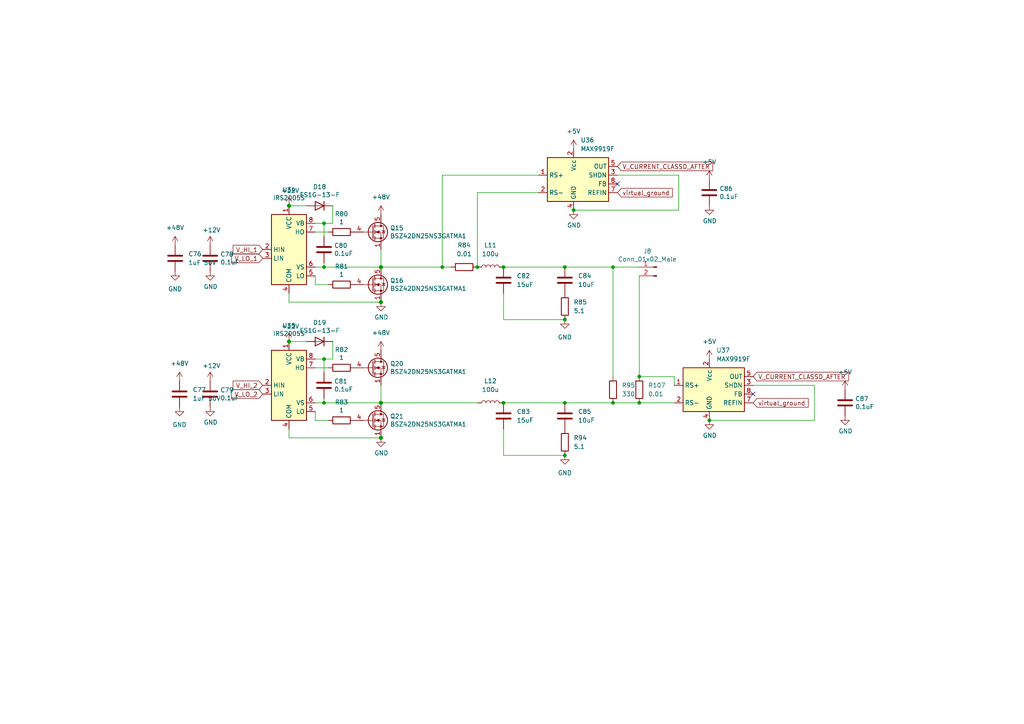
<source format=kicad_sch>
(kicad_sch (version 20230121) (generator eeschema)
  (paper "A4")
  (lib_symbols
    (symbol "Connector:Conn_01x02_Male" (pin_names (offset 1.016) hide)
      (property "Reference" "J" (at 0 2.54 0))
      (property "Value" "Conn_01x02_Male" (at 0 -5.08 0))
      (symbol "Conn_01x02_Male_1_1"
        (polyline (pts (xy 1.27 -2.54) (xy 0.8636 -2.54)) (stroke (width 0.1524)))
        (polyline (pts (xy 1.27 0) (xy 0.8636 0)) (stroke (width 0.1524)))
        (rectangle (start 0.8636 -2.413) (end 0 -2.667) (stroke (width 0.1524)) (fill (type outline)))
        (rectangle (start 0.8636 0.127) (end 0 -0.127) (stroke (width 0.1524)) (fill (type outline)))
        (pin passive line (at 5.08 0 180) (length 3.81) (name "Pin_1") (number "1"))
        (pin passive line (at 5.08 -2.54 180) (length 3.81) (name "Pin_2") (number "2"))
      )
    )
    (symbol "Device:C" (pin_numbers hide) (pin_names (offset 0.254))
      (property "Reference" "C" (at 0.635 2.54 0))
      (property "Value" "C" (at 0.635 -2.54 0))
      (symbol "C_0_1"
        (polyline (pts (xy -2.032 -0.762) (xy 2.032 -0.762)) (stroke (width 0.508)))
        (polyline (pts (xy -2.032 0.762) (xy 2.032 0.762)) (stroke (width 0.508)))
      )
      (symbol "C_1_1"
        (pin passive line (at 0 3.81 270) (length 2.794) (name "~") (number "1"))
        (pin passive line (at 0 -3.81 90) (length 2.794) (name "~") (number "2"))
      )
    )
    (symbol "Device:L" (pin_numbers hide) (pin_names (offset 1.016) hide)
      (property "Reference" "L" (at -1.27 0 90))
      (property "Value" "L" (at 1.905 0 90))
      (symbol "L_0_1"
        (arc (start 0 -2.54) (mid 0.6323 -1.905) (end 0 -1.27))
        (arc (start 0 -1.27) (mid 0.6323 -0.635) (end 0 0))
        (arc (start 0 0) (mid 0.6323 0.635) (end 0 1.27))
        (arc (start 0 1.27) (mid 0.6323 1.905) (end 0 2.54))
      )
      (symbol "L_1_1"
        (pin passive line (at 0 3.81 270) (length 1.27) (name "1") (number "1"))
        (pin passive line (at 0 -3.81 90) (length 1.27) (name "2") (number "2"))
      )
    )
    (symbol "Device:R" (pin_numbers hide) (pin_names (offset 0))
      (property "Reference" "R" (at 2.032 0 90))
      (property "Value" "R" (at 0 0 90))
      (symbol "R_0_1"
        (rectangle (start -1.016 -2.54) (end 1.016 2.54) (stroke (width 0.254)))
      )
      (symbol "R_1_1"
        (pin passive line (at 0 3.81 270) (length 1.27) (name "~") (number "1"))
        (pin passive line (at 0 -3.81 90) (length 1.27) (name "~") (number "2"))
      )
    )
    (symbol "Diode:BA157" (pin_numbers hide) (pin_names (offset 1.016) hide)
      (property "Reference" "D" (at 0 2.54 0))
      (property "Value" "BA157" (at 0 -2.54 0))
      (symbol "BA157_0_1"
        (polyline (pts (xy -1.27 1.27) (xy -1.27 -1.27)) (stroke (width 0.254)))
        (polyline (pts (xy 1.27 0) (xy -1.27 0)))
        (polyline (pts (xy 1.27 1.27) (xy 1.27 -1.27) (xy -1.27 0) (xy 1.27 1.27)) (stroke (width 0.254)))
      )
      (symbol "BA157_1_1"
        (pin passive line (at -3.81 0 0) (length 2.54) (name "K") (number "1"))
        (pin passive line (at 3.81 0 180) (length 2.54) (name "A") (number "2"))
      )
    )
    (symbol "Driver_FET:IRS2005S"
      (property "Reference" "U" (at 1.27 13.335 0))
      (property "Value" "IRS2005S" (at 1.27 11.43 0))
      (symbol "IRS2005S_0_1"
        (rectangle (start -5.08 -10.16) (end 5.08 10.16) (stroke (width 0.254)) (fill (type background)))
      )
      (symbol "IRS2005S_1_1"
        (pin power_in line (at 0 12.7 270) (length 2.54) (name "VCC") (number "1"))
        (pin input line (at -7.62 0 0) (length 2.54) (name "HIN") (number "2"))
        (pin input line (at -7.62 -2.54 0) (length 2.54) (name "LIN") (number "3"))
        (pin power_in line (at 0 -12.7 90) (length 2.54) (name "COM") (number "4"))
        (pin output line (at 7.62 -7.62 180) (length 2.54) (name "LO") (number "5"))
        (pin passive line (at 7.62 -5.08 180) (length 2.54) (name "VS") (number "6"))
        (pin output line (at 7.62 5.08 180) (length 2.54) (name "HO") (number "7"))
        (pin passive line (at 7.62 7.62 180) (length 2.54) (name "VB") (number "8"))
      )
    )
    (symbol "GND_1" (power) (pin_names (offset 0))
      (property "Value" "GND_1" (at 0 -3.81 0))
      (symbol "GND_1_0_1"
        (polyline (pts (xy 0 0) (xy 0 -1.27) (xy 1.27 -1.27) (xy 0 -2.54) (xy -1.27 -1.27) (xy 0 -1.27)))
      )
      (symbol "GND_1_1_1"
        (pin power_in line (at 0 0 270) (length 0) hide (name "GND") (number "1"))
      )
    )
    (symbol "GND_2" (power) (pin_names (offset 0))
      (property "Value" "GND_2" (at 0 -3.81 0))
      (symbol "GND_2_0_1"
        (polyline (pts (xy 0 0) (xy 0 -1.27) (xy 1.27 -1.27) (xy 0 -2.54) (xy -1.27 -1.27) (xy 0 -1.27)))
      )
      (symbol "GND_2_1_1"
        (pin power_in line (at 0 0 270) (length 0) hide (name "GND") (number "1"))
      )
    )
    (symbol "Transistor_FET:BSC082N10LSG" (pin_names hide)
      (property "Reference" "Q" (at 5.08 1.905 0))
      (property "Value" "BSC082N10LSG" (at 5.08 0 0))
      (symbol "BSC082N10LSG_0_1"
        (polyline (pts (xy 0.254 0) (xy -2.54 0)))
        (polyline (pts (xy 0.254 1.905) (xy 0.254 -1.905)) (stroke (width 0.254)))
        (polyline (pts (xy 0.762 -1.27) (xy 0.762 -2.286)) (stroke (width 0.254)))
        (polyline (pts (xy 0.762 0.508) (xy 0.762 -0.508)) (stroke (width 0.254)))
        (polyline (pts (xy 0.762 2.286) (xy 0.762 1.27)) (stroke (width 0.254)))
        (polyline (pts (xy 2.54 2.54) (xy 2.54 1.778)))
        (polyline (pts (xy 2.54 -2.54) (xy 2.54 0) (xy 0.762 0)))
        (polyline (pts (xy 0.762 -1.778) (xy 3.302 -1.778) (xy 3.302 1.778) (xy 0.762 1.778)))
        (polyline (pts (xy 1.016 0) (xy 2.032 0.381) (xy 2.032 -0.381) (xy 1.016 0)) (fill (type outline)))
        (polyline (pts (xy 2.794 0.508) (xy 2.921 0.381) (xy 3.683 0.381) (xy 3.81 0.254)))
        (polyline (pts (xy 3.302 0.381) (xy 2.921 -0.254) (xy 3.683 -0.254) (xy 3.302 0.381)))
        (circle (center 1.651 0) (radius 2.794) (stroke (width 0.254)))
        (circle (center 2.54 -1.778) (radius 0.254) (fill (type outline)))
        (circle (center 2.54 1.778) (radius 0.254) (fill (type outline)))
      )
      (symbol "BSC082N10LSG_1_1"
        (pin passive line (at 2.54 -5.08 90) (length 2.54) (name "S") (number "1"))
        (pin passive line (at 2.54 -5.08 90) (length 2.54) hide (name "S") (number "2"))
        (pin passive line (at 2.54 -5.08 90) (length 2.54) hide (name "S") (number "3"))
        (pin passive line (at -5.08 0 0) (length 2.54) (name "G") (number "4"))
        (pin passive line (at 2.54 5.08 270) (length 2.54) (name "D") (number "5"))
      )
    )
    (symbol "power:+12V" (power) (pin_names (offset 0))
      (property "Value" "+12V" (at 0 3.556 0))
      (symbol "+12V_0_1"
        (polyline (pts (xy -0.762 1.27) (xy 0 2.54)))
        (polyline (pts (xy 0 0) (xy 0 2.54)))
        (polyline (pts (xy 0 2.54) (xy 0.762 1.27)))
      )
      (symbol "+12V_1_1"
        (pin power_in line (at 0 0 90) (length 0) hide (name "+12V") (number "1"))
      )
    )
    (symbol "power:+48V" (power) (pin_names (offset 0))
      (property "Value" "+48V" (at 0 3.556 0))
      (symbol "+48V_0_1"
        (polyline (pts (xy -0.762 1.27) (xy 0 2.54)))
        (polyline (pts (xy 0 0) (xy 0 2.54)))
        (polyline (pts (xy 0 2.54) (xy 0.762 1.27)))
      )
      (symbol "+48V_1_1"
        (pin power_in line (at 0 0 90) (length 0) hide (name "+48V") (number "1"))
      )
    )
    (symbol "power:+5V" (power) (pin_names (offset 0))
      (property "Value" "+5V" (at 0 3.556 0))
      (symbol "+5V_0_1"
        (polyline (pts (xy -0.762 1.27) (xy 0 2.54)))
        (polyline (pts (xy 0 0) (xy 0 2.54)))
        (polyline (pts (xy 0 2.54) (xy 0.762 1.27)))
      )
      (symbol "+5V_1_1"
        (pin power_in line (at 0 0 90) (length 0) hide (name "+5V") (number "1"))
      )
    )
    (symbol "power:GND" (power) (pin_names (offset 0))
      (property "Value" "GND" (at 0 -3.81 0))
      (symbol "GND_0_1"
        (polyline (pts (xy 0 0) (xy 0 -1.27) (xy 1.27 -1.27) (xy 0 -2.54) (xy -1.27 -1.27) (xy 0 -1.27)))
      )
      (symbol "GND_1_1"
        (pin power_in line (at 0 0 270) (length 0) hide (name "GND") (number "1"))
      )
    )
    (symbol "td-crt:MAX9919F"
      (property "Reference" "U" (at -7.62 8.89 0))
      (property "Value" "MAX9919F" (at 2.54 8.89 0))
      (symbol "MAX9919F_0_1"
        (rectangle (start -7.62 7.62) (end 10.16 -5.08) (stroke (width 0.254)) (fill (type background)))
      )
      (symbol "MAX9919F_1_1"
        (pin input line (at -10.16 2.54 0) (length 2.54) (name "RS+") (number "1"))
        (pin input line (at -10.16 -2.54 0) (length 2.54) (name "RS-") (number "2"))
        (pin power_in line (at 0 10.16 270) (length 2.54) (name "Vcc") (number "2"))
        (pin input line (at 12.7 2.54 180) (length 2.54) (name "SHDN") (number "3"))
        (pin power_in line (at 0 -7.62 90) (length 2.54) (name "GND") (number "4"))
        (pin input line (at 12.7 5.08 180) (length 2.54) (name "OUT") (number "5"))
        (pin input line (at 12.7 -2.54 180) (length 2.54) (name "REFIN") (number "7"))
        (pin input line (at 12.7 0 180) (length 2.54) (name "FB") (number "8"))
      )
    )
  )
  (junction (at 163.83 77.47))
  (junction (at 163.83 116.84))
  (junction (at 83.82 59.69) (diameter 1.016))
  (junction (at 110.49 127) (diameter 1.016))
  (junction (at 93.98 77.47))
  (junction (at 93.98 116.84))
  (junction (at 138.43 77.47))
  (junction (at 146.05 116.84))
  (junction (at 93.98 64.77))
  (junction (at 185.42 109.22))
  (junction (at 205.74 121.92))
  (junction (at 166.37 60.96))
  (junction (at 110.49 116.84) (diameter 1.016))
  (junction (at 163.83 92.71))
  (junction (at 93.98 104.14))
  (junction (at 185.42 116.84))
  (junction (at 177.8 77.47))
  (junction (at 83.82 99.06) (diameter 1.016))
  (junction (at 163.83 132.08))
  (junction (at 110.49 87.63) (diameter 1.016))
  (junction (at 177.8 116.84))
  (junction (at 146.05 77.47))
  (junction (at 110.49 77.47) (diameter 1.016))
  (junction (at 128.27 77.47))
  (no_connect (at 179.07 53.34))
  (no_connect (at 218.44 114.3))
  (wire (pts (xy 177.8 77.47) (xy 185.42 77.47)))
  (wire (pts (xy 163.83 92.71) (xy 146.05 92.71)))
  (wire (pts (xy 177.8 116.84) (xy 185.42 116.84)))
  (wire (pts (xy 83.82 99.06) (xy 88.9 99.06)))
  (wire (pts (xy 93.98 64.77) (xy 96.52 64.77)))
  (wire (pts (xy 177.8 77.47) (xy 177.8 109.22)))
  (wire (pts (xy 83.82 87.63) (xy 83.82 85.09)))
  (wire (pts (xy 93.98 64.77) (xy 91.44 64.77)))
  (wire (pts (xy 110.49 116.84) (xy 110.49 111.76)))
  (wire (pts (xy 83.82 59.69) (xy 88.9 59.69)))
  (wire (pts (xy 93.98 116.84) (xy 110.49 116.84)))
  (wire (pts (xy 146.05 77.47) (xy 163.83 77.47)))
  (wire (pts (xy 163.83 132.08) (xy 146.05 132.08)))
  (wire (pts (xy 163.83 77.47) (xy 177.8 77.47)))
  (wire (pts (xy 91.44 119.38) (xy 91.44 121.92)))
  (wire (pts (xy 93.98 104.14) (xy 93.98 107.95)))
  (wire (pts (xy 128.27 50.8) (xy 156.21 50.8)))
  (wire (pts (xy 93.98 104.14) (xy 91.44 104.14)))
  (wire (pts (xy 138.43 77.47) (xy 138.43 55.88)))
  (wire (pts (xy 185.42 116.84) (xy 195.58 116.84)))
  (wire (pts (xy 196.85 50.8) (xy 179.07 50.8)))
  (wire (pts (xy 96.52 104.14) (xy 96.52 99.06)))
  (wire (pts (xy 146.05 116.84) (xy 163.83 116.84)))
  (wire (pts (xy 110.49 116.84) (xy 138.43 116.84)))
  (wire (pts (xy 91.44 77.47) (xy 93.98 77.47)))
  (wire (pts (xy 93.98 77.47) (xy 110.49 77.47)))
  (wire (pts (xy 83.82 127) (xy 83.82 124.46)))
  (wire (pts (xy 236.22 121.92) (xy 236.22 111.76)))
  (wire (pts (xy 91.44 80.01) (xy 91.44 82.55)))
  (wire (pts (xy 110.49 87.63) (xy 83.82 87.63)))
  (wire (pts (xy 93.98 115.57) (xy 93.98 116.84)))
  (wire (pts (xy 91.44 82.55) (xy 95.25 82.55)))
  (wire (pts (xy 128.27 77.47) (xy 128.27 50.8)))
  (wire (pts (xy 236.22 111.76) (xy 218.44 111.76)))
  (wire (pts (xy 146.05 132.08) (xy 146.05 124.46)))
  (wire (pts (xy 146.05 92.71) (xy 146.05 85.09)))
  (wire (pts (xy 196.85 60.96) (xy 196.85 50.8)))
  (wire (pts (xy 163.83 116.84) (xy 177.8 116.84)))
  (wire (pts (xy 128.27 77.47) (xy 130.81 77.47)))
  (wire (pts (xy 110.49 127) (xy 83.82 127)))
  (wire (pts (xy 93.98 76.2) (xy 93.98 77.47)))
  (wire (pts (xy 96.52 64.77) (xy 96.52 59.69)))
  (wire (pts (xy 138.43 55.88) (xy 156.21 55.88)))
  (wire (pts (xy 93.98 64.77) (xy 93.98 68.58)))
  (wire (pts (xy 91.44 121.92) (xy 95.25 121.92)))
  (wire (pts (xy 195.58 111.76) (xy 195.58 109.22)))
  (wire (pts (xy 91.44 67.31) (xy 95.25 67.31)))
  (wire (pts (xy 166.37 60.96) (xy 196.85 60.96)))
  (wire (pts (xy 195.58 109.22) (xy 185.42 109.22)))
  (wire (pts (xy 110.49 77.47) (xy 128.27 77.47)))
  (wire (pts (xy 93.98 104.14) (xy 96.52 104.14)))
  (wire (pts (xy 205.74 121.92) (xy 236.22 121.92)))
  (wire (pts (xy 91.44 116.84) (xy 93.98 116.84)))
  (wire (pts (xy 110.49 77.47) (xy 110.49 72.39)))
  (wire (pts (xy 185.42 80.01) (xy 185.42 109.22)))
  (wire (pts (xy 91.44 106.68) (xy 95.25 106.68)))
  (global_label "virtual_ground" (shape input) (at 179.07 55.88 0) (property "Intersheetrefs" "${INTERSHEET_REFS}" (effects hide)))
  (global_label "V_CURRENT_CLASSD_AFTER" (shape input) (at 218.44 109.22 0) (property "Intersheetrefs" "${INTERSHEET_REFS}" (effects hide)))
  (global_label "V_LO_2" (shape input) (at 76.2 114.3 180) (property "Intersheetrefs" "${INTERSHEET_REFS}" (effects hide)))
  (global_label "V_CURRENT_CLASSD_AFTER" (shape input) (at 179.07 48.26 0) (property "Intersheetrefs" "${INTERSHEET_REFS}" (effects hide)))
  (global_label "V_HI_1" (shape input) (at 76.2 72.39 180) (property "Intersheetrefs" "${INTERSHEET_REFS}" (effects hide)))
  (global_label "V_HI_2" (shape input) (at 76.2 111.76 180) (property "Intersheetrefs" "${INTERSHEET_REFS}" (effects hide)))
  (global_label "V_LO_1" (shape input) (at 76.2 74.93 180) (property "Intersheetrefs" "${INTERSHEET_REFS}" (effects hide)))
  (global_label "virtual_ground" (shape input) (at 218.44 116.84 0) (property "Intersheetrefs" "${INTERSHEET_REFS}" (effects hide)))
  (symbol (lib_id "Device:R") (at 99.06 67.31 270) (unit 1)
    (property "Reference" "R80" (at 99.06 62.0522 90))
    (property "Value" "1" (at 99.06 64.3636 90))
    (property "Footprint" "Resistor_SMD:R_0805_2012Metric_Pad1.15x1.40mm_HandSolder" (effects hide))
    (property "Digikey" " 311-1.00CRCT-ND" (effects hide))
  )
  (symbol (lib_id "power:+48V") (at 110.49 62.23 0) (unit 1)
    (property "Reference" "#PWR0190" (effects hide))
    (property "Value" "+48V" (at 110.49 57.15 0))
  )
  (symbol (lib_id "power:+12V") (at 83.82 99.06 0) (unit 1)
    (property "Reference" "#PWR0204" (effects hide))
    (property "Value" "+12V" (at 84.201 94.6658 0))
  )
  (symbol (lib_id "power:+5V") (at 166.37 43.18 0) (unit 1)
    (property "Reference" "#PWR0195" (effects hide))
    (property "Value" "+5V" (at 166.37 38.1 0))
  )
  (symbol (lib_id "Device:R") (at 163.83 88.9 0) (unit 1)
    (property "Reference" "R85" (at 166.37 87.6299 0) (effects (justify left)))
    (property "Value" "5.1" (at 166.37 90.1699 0) (effects (justify left)))
    (property "Footprint" "Resistor_SMD:R_0805_2012Metric_Pad1.15x1.40mm_HandSolder" (effects hide))
  )
  (symbol (lib_id "power:+48V") (at 52.07 110.49 0) (unit 1)
    (property "Reference" "#PWR0211" (effects hide))
    (property "Value" "+48V" (at 52.07 105.41 0))
  )
  (symbol (lib_id "power:+48V") (at 50.8 71.12 0) (unit 1)
    (property "Reference" "#PWR0206" (effects hide))
    (property "Value" "+48V" (at 50.8 66.04 0))
  )
  (symbol (lib_id "power:GND") (at 110.49 127 0) (unit 1)
    (property "Reference" "#PWR0192" (effects hide))
    (property "Value" "GND" (at 110.617 131.3942 0))
  )
  (symbol (lib_id "Device:L") (at 142.24 116.84 90) (unit 1)
    (property "Reference" "L12" (at 142.24 110.49 90))
    (property "Value" "100u" (at 142.24 113.03 90))
  )
  (symbol (lib_id "power:GND") (at 166.37 60.96 0) (unit 1)
    (property "Reference" "#PWR0196" (effects hide))
    (property "Value" "GND" (at 166.497 65.3542 0))
  )
  (symbol (lib_id "Device:C") (at 60.96 114.3 0) (unit 1)
    (property "Reference" "C79" (at 63.881 113.1316 0) (effects (justify left)))
    (property "Value" "0.1uF" (at 63.881 115.443 0) (effects (justify left)))
    (property "Footprint" "Capacitor_SMD:C_0805_2012Metric_Pad1.15x1.40mm_HandSolder" (effects hide))
    (property "Digikey" "1276-1099-1-ND" (effects hide))
  )
  (symbol (lib_id "Device:C") (at 52.07 114.3 0) (unit 1)
    (property "Reference" "C77" (at 55.88 113.0299 0) (effects (justify left)))
    (property "Value" "1uF 50V" (at 55.88 115.5699 0) (effects (justify left)))
  )
  (symbol (lib_id "power:+5V") (at 205.74 104.14 0) (unit 1)
    (property "Reference" "#PWR0199" (effects hide))
    (property "Value" "+5V" (at 205.74 99.06 0))
  )
  (symbol (lib_id "Device:R") (at 99.06 106.68 270) (unit 1)
    (property "Reference" "R82" (at 99.06 101.4222 90))
    (property "Value" "1" (at 99.06 103.7336 90))
    (property "Footprint" "Resistor_SMD:R_0805_2012Metric_Pad1.15x1.40mm_HandSolder" (effects hide))
    (property "Digikey" " 311-1.00CRCT-ND" (effects hide))
  )
  (symbol (lib_id "Transistor_FET:BSC082N10LSG") (at 107.95 106.68 0) (unit 1)
    (property "Reference" "Q20" (at 113.1316 105.5116 0) (effects (justify left)))
    (property "Value" "BSZ42DN25NS3GATMA1" (at 113.1316 107.823 0) (effects (justify left)))
    (property "Footprint" "Package_TO_SOT_SMD:TDSON-8-1" (effects hide))
    (property "Digikey" "BSZ42DN25NS3GATMA1CT-ND" (effects hide))
  )
  (symbol (lib_id "Device:C") (at 245.11 116.84 0) (unit 1)
    (property "Reference" "C87" (at 248.031 115.6716 0) (effects (justify left)))
    (property "Value" "0.1uF" (at 248.031 117.983 0) (effects (justify left)))
    (property "Footprint" "Capacitor_SMD:C_0805_2012Metric_Pad1.15x1.40mm_HandSolder" (effects hide))
    (property "Digikey" "1276-1099-1-ND" (effects hide))
  )
  (symbol (lib_id "Device:R") (at 134.62 77.47 90) (unit 1)
    (property "Reference" "R84" (at 134.62 71.12 90))
    (property "Value" "0.01" (at 134.62 73.66 90))
    (property "Footprint" "Resistor_SMD:R_0805_2012Metric_Pad1.15x1.40mm_HandSolder" (effects hide))
  )
  (symbol (lib_id "Transistor_FET:BSC082N10LSG") (at 107.95 121.92 0) (unit 1)
    (property "Reference" "Q21" (at 113.1316 120.7516 0) (effects (justify left)))
    (property "Value" "BSZ42DN25NS3GATMA1" (at 113.1316 123.063 0) (effects (justify left)))
    (property "Footprint" "Package_TO_SOT_SMD:TDSON-8-1" (effects hide))
    (property "Digikey" "BSZ42DN25NS3GATMA1CT-ND" (effects hide))
  )
  (symbol (lib_id "Driver_FET:IRS2005S") (at 83.82 72.39 0) (unit 1)
    (property "Reference" "U34" (at 83.82 55.0926 0))
    (property "Value" "IRS2005S" (at 83.82 57.404 0))
    (property "Footprint" "Package_SO:SOIC-8_3.9x4.9mm_P1.27mm" (effects hide))
    (property "Datasheet" "https://www.infineon.com/dgdl/Infineon-IRS2005S-DS-v02_00-EN.pdf?fileId=5546d462533600a4015364c4246229e1" (effects hide))
    (property "Digikey" "IRS2005STRPBFCT-ND" (effects hide))
  )
  (symbol (lib_id "power:+5V") (at 245.11 113.03 0) (unit 1)
    (property "Reference" "#PWR0201" (effects hide))
    (property "Value" "+5V" (at 245.11 107.95 0))
  )
  (symbol (lib_id "power:GND") (at 205.74 121.92 0) (unit 1)
    (property "Reference" "#PWR0200" (effects hide))
    (property "Value" "GND" (at 205.867 126.3142 0))
  )
  (symbol (lib_id "Device:R") (at 177.8 113.03 0) (unit 1)
    (property "Reference" "R95" (at 180.34 111.7599 0) (effects (justify left)))
    (property "Value" "330" (at 180.34 114.2999 0) (effects (justify left)))
    (property "Footprint" "Resistor_SMD:R_0805_2012Metric_Pad1.15x1.40mm_HandSolder" (effects hide))
  )
  (symbol (lib_id "td-crt:MAX9919F") (at 205.74 114.3 0) (unit 1)
    (property "Reference" "U37" (at 207.7594 101.6 0) (effects (justify left)))
    (property "Value" "MAX9919F" (at 207.7594 104.14 0) (effects (justify left)))
    (property "Footprint" "Package_SO:SOIC-8-1EP_3.9x4.9mm_P1.27mm_EP2.41x3.3mm" (effects hide))
    (property "Datasheet" "https://www.analog.com/media/en/technical-documentation/data-sheets/max9918-max9920.pdf" (effects hide))
  )
  (symbol (lib_id "power:+12V") (at 60.96 71.12 0) (unit 1)
    (property "Reference" "#PWR0207" (effects hide))
    (property "Value" "+12V" (at 61.341 66.7258 0))
  )
  (symbol (lib_id "Device:C") (at 163.83 120.65 0) (unit 1)
    (property "Reference" "C85" (at 167.64 119.3799 0) (effects (justify left)))
    (property "Value" "10uF" (at 167.64 121.9199 0) (effects (justify left)))
    (property "Footprint" "Capacitor_SMD:C_0805_2012Metric_Pad1.15x1.40mm_HandSolder" (effects hide))
  )
  (symbol (lib_id "Device:C") (at 163.83 81.28 0) (unit 1)
    (property "Reference" "C84" (at 167.64 80.0099 0) (effects (justify left)))
    (property "Value" "10uF" (at 167.64 82.5499 0) (effects (justify left)))
    (property "Footprint" "Capacitor_SMD:C_0805_2012Metric_Pad1.15x1.40mm_HandSolder" (effects hide))
  )
  (symbol (lib_id "power:GND") (at 60.96 78.74 0) (unit 1)
    (property "Reference" "#PWR0208" (effects hide))
    (property "Value" "GND" (at 61.087 83.1342 0))
  )
  (symbol (lib_id "Device:C") (at 50.8 74.93 0) (unit 1)
    (property "Reference" "C76" (at 54.61 73.6599 0) (effects (justify left)))
    (property "Value" "1uF 50V" (at 54.61 76.1999 0) (effects (justify left)))
  )
  (symbol (lib_id "Device:R") (at 99.06 82.55 270) (unit 1)
    (property "Reference" "R81" (at 99.06 77.2922 90))
    (property "Value" "1" (at 99.06 79.6036 90))
    (property "Footprint" "Resistor_SMD:R_0805_2012Metric_Pad1.15x1.40mm_HandSolder" (effects hide))
    (property "Digikey" " 311-1.00CRCT-ND" (effects hide))
  )
  (symbol (lib_id "Diode:BA157") (at 92.71 59.69 180) (unit 1)
    (property "Reference" "D18" (at 92.71 54.2036 0))
    (property "Value" "ES1G-13-F" (at 92.71 56.515 0))
    (property "Footprint" "Diode_SMD:D_SMA" (effects hide))
    (property "Digikey" "ES1G-FDICT-ND" (effects hide))
  )
  (symbol (lib_id "power:GND") (at 205.74 59.69 0) (unit 1)
    (property "Reference" "#PWR0193" (effects hide))
    (property "Value" "GND" (at 205.867 64.0842 0))
  )
  (symbol (lib_name "GND_2") (lib_id "power:GND") (at 163.83 92.71 0) (unit 1)
    (property "Reference" "#PWR0198" (effects hide))
    (property "Value" "GND" (at 163.83 97.79 0))
  )
  (symbol (lib_name "GND_1") (lib_id "power:GND") (at 50.8 78.74 0) (unit 1)
    (property "Reference" "#PWR0205" (effects hide))
    (property "Value" "GND" (at 50.8 83.82 0))
  )
  (symbol (lib_id "Diode:BA157") (at 92.71 99.06 180) (unit 1)
    (property "Reference" "D19" (at 92.71 93.5736 0))
    (property "Value" "ES1G-13-F" (at 92.71 95.885 0))
    (property "Footprint" "Diode_SMD:D_SMA" (effects hide))
    (property "Digikey" "ES1G-FDICT-ND" (effects hide))
  )
  (symbol (lib_id "Device:C") (at 60.96 74.93 0) (unit 1)
    (property "Reference" "C78" (at 63.881 73.7616 0) (effects (justify left)))
    (property "Value" "0.1uF" (at 63.881 76.073 0) (effects (justify left)))
    (property "Footprint" "Capacitor_SMD:C_0805_2012Metric_Pad1.15x1.40mm_HandSolder" (effects hide))
    (property "Digikey" "1276-1099-1-ND" (effects hide))
  )
  (symbol (lib_id "Device:C") (at 146.05 81.28 0) (unit 1)
    (property "Reference" "C82" (at 149.86 80.0099 0) (effects (justify left)))
    (property "Value" "15uF" (at 149.86 82.5499 0) (effects (justify left)))
  )
  (symbol (lib_id "power:+12V") (at 83.82 59.69 0) (unit 1)
    (property "Reference" "#PWR0203" (effects hide))
    (property "Value" "+12V" (at 84.201 55.2958 0))
  )
  (symbol (lib_id "Device:C") (at 205.74 55.88 0) (unit 1)
    (property "Reference" "C86" (at 208.661 54.7116 0) (effects (justify left)))
    (property "Value" "0.1uF" (at 208.661 57.023 0) (effects (justify left)))
    (property "Footprint" "Capacitor_SMD:C_0805_2012Metric_Pad1.15x1.40mm_HandSolder" (effects hide))
    (property "Digikey" "1276-1099-1-ND" (effects hide))
  )
  (symbol (lib_id "Device:C") (at 93.98 72.39 0) (unit 1)
    (property "Reference" "C80" (at 96.901 71.2216 0) (effects (justify left)))
    (property "Value" "0.1uF" (at 96.901 73.533 0) (effects (justify left)))
    (property "Footprint" "Capacitor_SMD:C_0805_2012Metric_Pad1.15x1.40mm_HandSolder" (effects hide))
    (property "Digikey" "1276-1099-1-ND" (effects hide))
  )
  (symbol (lib_id "Device:R") (at 185.42 113.03 0) (unit 1)
    (property "Reference" "R107" (at 187.96 111.7599 0) (effects (justify left)))
    (property "Value" "0.01" (at 187.96 114.2999 0) (effects (justify left)))
    (property "Footprint" "Resistor_SMD:R_0805_2012Metric_Pad1.15x1.40mm_HandSolder" (effects hide))
  )
  (symbol (lib_id "Transistor_FET:BSC082N10LSG") (at 107.95 67.31 0) (unit 1)
    (property "Reference" "Q15" (at 113.1316 66.1416 0) (effects (justify left)))
    (property "Value" "BSZ42DN25NS3GATMA1" (at 113.1316 68.453 0) (effects (justify left)))
    (property "Footprint" "Package_TO_SOT_SMD:TDSON-8-1" (effects hide))
    (property "Digikey" "BSZ42DN25NS3GATMA1CT-ND" (effects hide))
  )
  (symbol (lib_id "power:+5V") (at 205.74 52.07 0) (unit 1)
    (property "Reference" "#PWR0194" (effects hide))
    (property "Value" "+5V" (at 205.74 46.99 0))
  )
  (symbol (lib_name "GND_1") (lib_id "power:GND") (at 52.07 118.11 0) (unit 1)
    (property "Reference" "#PWR0209" (effects hide))
    (property "Value" "GND" (at 52.07 123.19 0))
  )
  (symbol (lib_name "GND_2") (lib_id "power:GND") (at 163.83 132.08 0) (unit 1)
    (property "Reference" "#PWR0197" (effects hide))
    (property "Value" "GND" (at 163.83 137.16 0))
  )
  (symbol (lib_id "power:GND") (at 110.49 87.63 0) (unit 1)
    (property "Reference" "#PWR0189" (effects hide))
    (property "Value" "GND" (at 110.617 92.0242 0))
  )
  (symbol (lib_id "Transistor_FET:BSC082N10LSG") (at 107.95 82.55 0) (unit 1)
    (property "Reference" "Q16" (at 113.1316 81.3816 0) (effects (justify left)))
    (property "Value" "BSZ42DN25NS3GATMA1" (at 113.1316 83.693 0) (effects (justify left)))
    (property "Footprint" "Package_TO_SOT_SMD:TDSON-8-1" (effects hide))
    (property "Digikey" "BSZ42DN25NS3GATMA1CT-ND" (effects hide))
  )
  (symbol (lib_id "power:GND") (at 245.11 120.65 0) (unit 1)
    (property "Reference" "#PWR0202" (effects hide))
    (property "Value" "GND" (at 245.237 125.0442 0))
  )
  (symbol (lib_id "td-crt:MAX9919F") (at 166.37 53.34 0) (unit 1)
    (property "Reference" "U36" (at 168.3894 40.64 0) (effects (justify left)))
    (property "Value" "MAX9919F" (at 168.3894 43.18 0) (effects (justify left)))
    (property "Footprint" "Package_SO:SOIC-8-1EP_3.9x4.9mm_P1.27mm_EP2.41x3.3mm" (effects hide))
    (property "Datasheet" "https://www.analog.com/media/en/technical-documentation/data-sheets/max9918-max9920.pdf" (effects hide))
  )
  (symbol (lib_id "Device:R") (at 99.06 121.92 270) (unit 1)
    (property "Reference" "R83" (at 99.06 116.6622 90))
    (property "Value" "1" (at 99.06 118.9736 90))
    (property "Footprint" "Resistor_SMD:R_0805_2012Metric_Pad1.15x1.40mm_HandSolder" (effects hide))
    (property "Digikey" " 311-1.00CRCT-ND" (effects hide))
  )
  (symbol (lib_id "Driver_FET:IRS2005S") (at 83.82 111.76 0) (unit 1)
    (property "Reference" "U35" (at 83.82 94.4626 0))
    (property "Value" "IRS2005S" (at 83.82 96.774 0))
    (property "Footprint" "Package_SO:SOIC-8_3.9x4.9mm_P1.27mm" (effects hide))
    (property "Datasheet" "https://www.infineon.com/dgdl/Infineon-IRS2005S-DS-v02_00-EN.pdf?fileId=5546d462533600a4015364c4246229e1" (effects hide))
    (property "Digikey" "IRS2005STRPBFCT-ND" (effects hide))
  )
  (symbol (lib_id "Connector:Conn_01x02_Male") (at 190.5 77.47 0) (mirror y) (unit 1)
    (property "Reference" "J8" (at 187.7568 72.8726 0))
    (property "Value" "Conn_01x02_Male" (at 187.7568 75.184 0))
    (property "Footprint" "td-deflect:sony_monitor_2p" (effects hide))
  )
  (symbol (lib_id "Device:C") (at 146.05 120.65 0) (unit 1)
    (property "Reference" "C83" (at 149.86 119.3799 0) (effects (justify left)))
    (property "Value" "15uF" (at 149.86 121.9199 0) (effects (justify left)))
  )
  (symbol (lib_id "power:+48V") (at 110.49 101.6 0) (unit 1)
    (property "Reference" "#PWR0191" (effects hide))
    (property "Value" "+48V" (at 110.49 96.52 0))
  )
  (symbol (lib_id "power:GND") (at 60.96 118.11 0) (unit 1)
    (property "Reference" "#PWR0210" (effects hide))
    (property "Value" "GND" (at 61.087 122.5042 0))
  )
  (symbol (lib_id "Device:L") (at 142.24 77.47 90) (unit 1)
    (property "Reference" "L11" (at 142.24 71.12 90))
    (property "Value" "100u" (at 142.24 73.66 90))
  )
  (symbol (lib_id "Device:C") (at 93.98 111.76 0) (unit 1)
    (property "Reference" "C81" (at 96.901 110.5916 0) (effects (justify left)))
    (property "Value" "0.1uF" (at 96.901 112.903 0) (effects (justify left)))
    (property "Footprint" "Capacitor_SMD:C_0805_2012Metric_Pad1.15x1.40mm_HandSolder" (effects hide))
    (property "Digikey" "1276-1099-1-ND" (effects hide))
  )
  (symbol (lib_id "Device:R") (at 163.83 128.27 0) (unit 1)
    (property "Reference" "R94" (at 166.37 126.9999 0) (effects (justify left)))
    (property "Value" "5.1" (at 166.37 129.5399 0) (effects (justify left)))
    (property "Footprint" "Resistor_SMD:R_0805_2012Metric_Pad1.15x1.40mm_HandSolder" (effects hide))
  )
  (symbol (lib_id "power:+12V") (at 60.96 110.49 0) (unit 1)
    (property "Reference" "#PWR0212" (effects hide))
    (property "Value" "+12V" (at 61.341 106.0958 0))
  )
)
</source>
